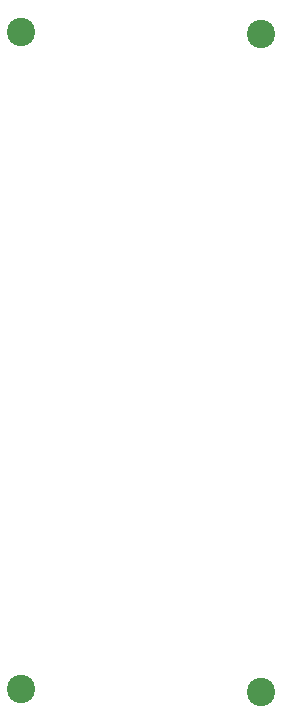
<source format=gbr>
G04 #@! TF.FileFunction,Soldermask,Bot*
%FSLAX46Y46*%
G04 Gerber Fmt 4.6, Leading zero omitted, Abs format (unit mm)*
G04 Created by KiCad (PCBNEW 4.0.2-stable) date 12/1/2016 11:33:22 PM*
%MOMM*%
G01*
G04 APERTURE LIST*
%ADD10C,0.100000*%
%ADD11C,2.400000*%
G04 APERTURE END LIST*
D10*
D11*
X93980000Y-161925000D03*
X93980000Y-106225000D03*
X73660000Y-106045000D03*
X73660000Y-161745000D03*
M02*

</source>
